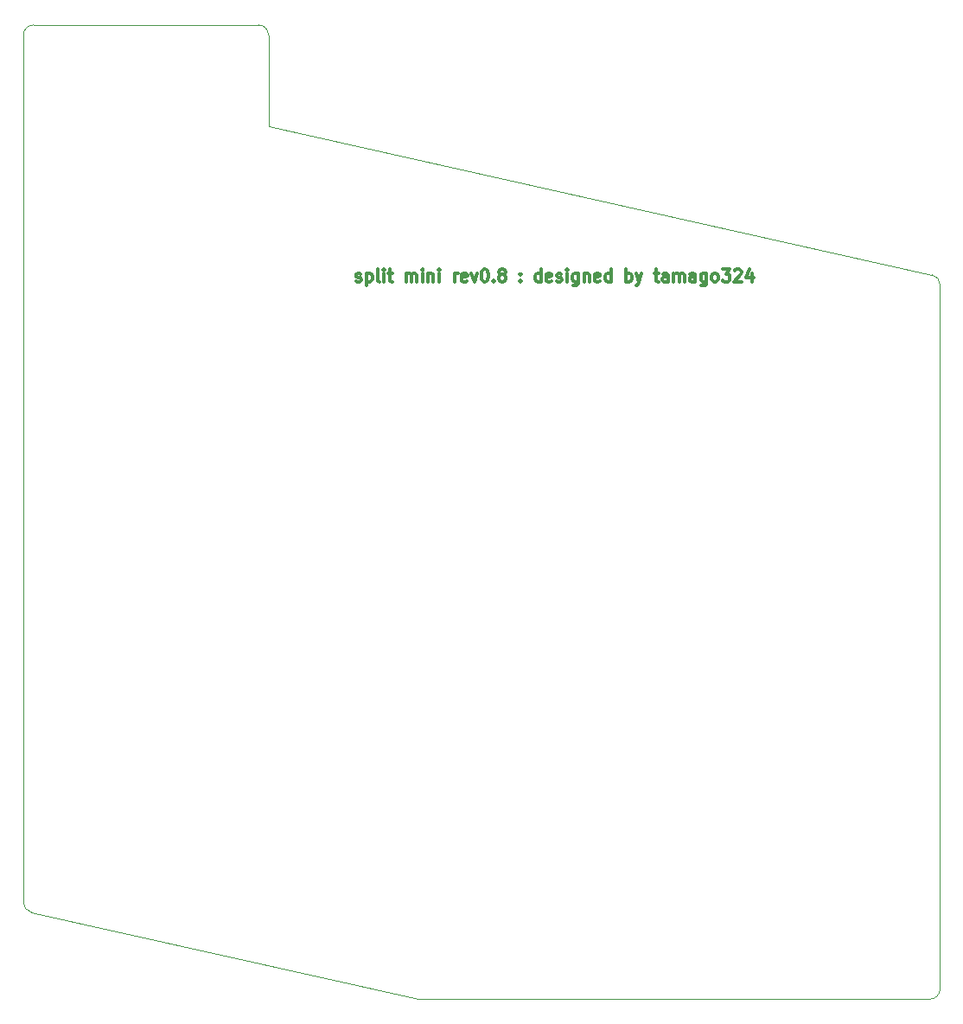
<source format=gto>
%TF.GenerationSoftware,KiCad,Pcbnew,(6.0.6)*%
%TF.CreationDate,2022-11-27T23:57:51+09:00*%
%TF.ProjectId,split-mini__bottom,73706c69-742d-46d6-996e-695f5f626f74,rev?*%
%TF.SameCoordinates,Original*%
%TF.FileFunction,Legend,Top*%
%TF.FilePolarity,Positive*%
%FSLAX46Y46*%
G04 Gerber Fmt 4.6, Leading zero omitted, Abs format (unit mm)*
G04 Created by KiCad (PCBNEW (6.0.6)) date 2022-11-27 23:57:51*
%MOMM*%
%LPD*%
G01*
G04 APERTURE LIST*
%TA.AperFunction,Profile*%
%ADD10C,0.100000*%
%TD*%
%ADD11C,0.300000*%
%ADD12C,0.350000*%
%ADD13C,2.200000*%
G04 APERTURE END LIST*
D10*
X113700000Y-47980000D02*
X48706692Y-33440758D01*
X114481692Y-117888869D02*
X114481692Y-48955880D01*
X25706692Y-23513892D02*
G75*
G03*
X24706692Y-24513869I8J-1000008D01*
G01*
X113481692Y-118888892D02*
G75*
G03*
X114481692Y-117888869I8J999992D01*
G01*
X114481737Y-48955880D02*
G75*
G03*
X113700000Y-47980000I-1000137J-120D01*
G01*
X63592178Y-118888869D02*
X113481692Y-118888869D01*
X25488384Y-110389626D02*
X63373870Y-118864748D01*
X63373868Y-118864755D02*
G75*
G03*
X63592178Y-118888869I218232J975455D01*
G01*
X24706692Y-24513869D02*
X24706692Y-109413746D01*
X24706653Y-109413746D02*
G75*
G03*
X25488384Y-110389626I1000047J46D01*
G01*
X47706692Y-23513869D02*
X25706692Y-23513869D01*
X48706731Y-24513869D02*
G75*
G03*
X47706692Y-23513869I-1000031J-31D01*
G01*
X48706692Y-24513869D02*
X48706692Y-33440758D01*
D11*
X57262857Y-48585714D02*
X57377142Y-48642857D01*
X57605714Y-48642857D01*
X57720000Y-48585714D01*
X57777142Y-48471428D01*
X57777142Y-48414285D01*
X57720000Y-48300000D01*
X57605714Y-48242857D01*
X57434285Y-48242857D01*
X57320000Y-48185714D01*
X57262857Y-48071428D01*
X57262857Y-48014285D01*
X57320000Y-47900000D01*
X57434285Y-47842857D01*
X57605714Y-47842857D01*
X57720000Y-47900000D01*
X58291428Y-47842857D02*
X58291428Y-49042857D01*
X58291428Y-47900000D02*
X58405714Y-47842857D01*
X58634285Y-47842857D01*
X58748571Y-47900000D01*
X58805714Y-47957142D01*
X58862857Y-48071428D01*
X58862857Y-48414285D01*
X58805714Y-48528571D01*
X58748571Y-48585714D01*
X58634285Y-48642857D01*
X58405714Y-48642857D01*
X58291428Y-48585714D01*
X59548571Y-48642857D02*
X59434285Y-48585714D01*
X59377142Y-48471428D01*
X59377142Y-47442857D01*
X60005714Y-48642857D02*
X60005714Y-47842857D01*
X60005714Y-47442857D02*
X59948571Y-47500000D01*
X60005714Y-47557142D01*
X60062857Y-47500000D01*
X60005714Y-47442857D01*
X60005714Y-47557142D01*
X60405714Y-47842857D02*
X60862857Y-47842857D01*
X60577142Y-47442857D02*
X60577142Y-48471428D01*
X60634285Y-48585714D01*
X60748571Y-48642857D01*
X60862857Y-48642857D01*
X62177142Y-48642857D02*
X62177142Y-47842857D01*
X62177142Y-47957142D02*
X62234285Y-47900000D01*
X62348571Y-47842857D01*
X62520000Y-47842857D01*
X62634285Y-47900000D01*
X62691428Y-48014285D01*
X62691428Y-48642857D01*
X62691428Y-48014285D02*
X62748571Y-47900000D01*
X62862857Y-47842857D01*
X63034285Y-47842857D01*
X63148571Y-47900000D01*
X63205714Y-48014285D01*
X63205714Y-48642857D01*
X63777142Y-48642857D02*
X63777142Y-47842857D01*
X63777142Y-47442857D02*
X63720000Y-47500000D01*
X63777142Y-47557142D01*
X63834285Y-47500000D01*
X63777142Y-47442857D01*
X63777142Y-47557142D01*
X64348571Y-47842857D02*
X64348571Y-48642857D01*
X64348571Y-47957142D02*
X64405714Y-47900000D01*
X64520000Y-47842857D01*
X64691428Y-47842857D01*
X64805714Y-47900000D01*
X64862857Y-48014285D01*
X64862857Y-48642857D01*
X65434285Y-48642857D02*
X65434285Y-47842857D01*
X65434285Y-47442857D02*
X65377142Y-47500000D01*
X65434285Y-47557142D01*
X65491428Y-47500000D01*
X65434285Y-47442857D01*
X65434285Y-47557142D01*
X66920000Y-48642857D02*
X66920000Y-47842857D01*
X66920000Y-48071428D02*
X66977142Y-47957142D01*
X67034285Y-47900000D01*
X67148571Y-47842857D01*
X67262857Y-47842857D01*
X68120000Y-48585714D02*
X68005714Y-48642857D01*
X67777142Y-48642857D01*
X67662857Y-48585714D01*
X67605714Y-48471428D01*
X67605714Y-48014285D01*
X67662857Y-47900000D01*
X67777142Y-47842857D01*
X68005714Y-47842857D01*
X68120000Y-47900000D01*
X68177142Y-48014285D01*
X68177142Y-48128571D01*
X67605714Y-48242857D01*
X68577142Y-47842857D02*
X68862857Y-48642857D01*
X69148571Y-47842857D01*
X69834285Y-47442857D02*
X69948571Y-47442857D01*
X70062857Y-47500000D01*
X70120000Y-47557142D01*
X70177142Y-47671428D01*
X70234285Y-47900000D01*
X70234285Y-48185714D01*
X70177142Y-48414285D01*
X70120000Y-48528571D01*
X70062857Y-48585714D01*
X69948571Y-48642857D01*
X69834285Y-48642857D01*
X69720000Y-48585714D01*
X69662857Y-48528571D01*
X69605714Y-48414285D01*
X69548571Y-48185714D01*
X69548571Y-47900000D01*
X69605714Y-47671428D01*
X69662857Y-47557142D01*
X69720000Y-47500000D01*
X69834285Y-47442857D01*
X70748571Y-48528571D02*
X70805714Y-48585714D01*
X70748571Y-48642857D01*
X70691428Y-48585714D01*
X70748571Y-48528571D01*
X70748571Y-48642857D01*
X71491428Y-47957142D02*
X71377142Y-47900000D01*
X71320000Y-47842857D01*
X71262857Y-47728571D01*
X71262857Y-47671428D01*
X71320000Y-47557142D01*
X71377142Y-47500000D01*
X71491428Y-47442857D01*
X71720000Y-47442857D01*
X71834285Y-47500000D01*
X71891428Y-47557142D01*
X71948571Y-47671428D01*
X71948571Y-47728571D01*
X71891428Y-47842857D01*
X71834285Y-47900000D01*
X71720000Y-47957142D01*
X71491428Y-47957142D01*
X71377142Y-48014285D01*
X71320000Y-48071428D01*
X71262857Y-48185714D01*
X71262857Y-48414285D01*
X71320000Y-48528571D01*
X71377142Y-48585714D01*
X71491428Y-48642857D01*
X71720000Y-48642857D01*
X71834285Y-48585714D01*
X71891428Y-48528571D01*
X71948571Y-48414285D01*
X71948571Y-48185714D01*
X71891428Y-48071428D01*
X71834285Y-48014285D01*
X71720000Y-47957142D01*
X73377142Y-48528571D02*
X73434285Y-48585714D01*
X73377142Y-48642857D01*
X73320000Y-48585714D01*
X73377142Y-48528571D01*
X73377142Y-48642857D01*
X73377142Y-47900000D02*
X73434285Y-47957142D01*
X73377142Y-48014285D01*
X73320000Y-47957142D01*
X73377142Y-47900000D01*
X73377142Y-48014285D01*
X75377142Y-48642857D02*
X75377142Y-47442857D01*
X75377142Y-48585714D02*
X75262857Y-48642857D01*
X75034285Y-48642857D01*
X74920000Y-48585714D01*
X74862857Y-48528571D01*
X74805714Y-48414285D01*
X74805714Y-48071428D01*
X74862857Y-47957142D01*
X74920000Y-47900000D01*
X75034285Y-47842857D01*
X75262857Y-47842857D01*
X75377142Y-47900000D01*
X76405714Y-48585714D02*
X76291428Y-48642857D01*
X76062857Y-48642857D01*
X75948571Y-48585714D01*
X75891428Y-48471428D01*
X75891428Y-48014285D01*
X75948571Y-47900000D01*
X76062857Y-47842857D01*
X76291428Y-47842857D01*
X76405714Y-47900000D01*
X76462857Y-48014285D01*
X76462857Y-48128571D01*
X75891428Y-48242857D01*
X76920000Y-48585714D02*
X77034285Y-48642857D01*
X77262857Y-48642857D01*
X77377142Y-48585714D01*
X77434285Y-48471428D01*
X77434285Y-48414285D01*
X77377142Y-48300000D01*
X77262857Y-48242857D01*
X77091428Y-48242857D01*
X76977142Y-48185714D01*
X76920000Y-48071428D01*
X76920000Y-48014285D01*
X76977142Y-47900000D01*
X77091428Y-47842857D01*
X77262857Y-47842857D01*
X77377142Y-47900000D01*
X77948571Y-48642857D02*
X77948571Y-47842857D01*
X77948571Y-47442857D02*
X77891428Y-47500000D01*
X77948571Y-47557142D01*
X78005714Y-47500000D01*
X77948571Y-47442857D01*
X77948571Y-47557142D01*
X79034285Y-47842857D02*
X79034285Y-48814285D01*
X78977142Y-48928571D01*
X78920000Y-48985714D01*
X78805714Y-49042857D01*
X78634285Y-49042857D01*
X78520000Y-48985714D01*
X79034285Y-48585714D02*
X78920000Y-48642857D01*
X78691428Y-48642857D01*
X78577142Y-48585714D01*
X78520000Y-48528571D01*
X78462857Y-48414285D01*
X78462857Y-48071428D01*
X78520000Y-47957142D01*
X78577142Y-47900000D01*
X78691428Y-47842857D01*
X78920000Y-47842857D01*
X79034285Y-47900000D01*
X79605714Y-47842857D02*
X79605714Y-48642857D01*
X79605714Y-47957142D02*
X79662857Y-47900000D01*
X79777142Y-47842857D01*
X79948571Y-47842857D01*
X80062857Y-47900000D01*
X80120000Y-48014285D01*
X80120000Y-48642857D01*
X81148571Y-48585714D02*
X81034285Y-48642857D01*
X80805714Y-48642857D01*
X80691428Y-48585714D01*
X80634285Y-48471428D01*
X80634285Y-48014285D01*
X80691428Y-47900000D01*
X80805714Y-47842857D01*
X81034285Y-47842857D01*
X81148571Y-47900000D01*
X81205714Y-48014285D01*
X81205714Y-48128571D01*
X80634285Y-48242857D01*
X82234285Y-48642857D02*
X82234285Y-47442857D01*
X82234285Y-48585714D02*
X82120000Y-48642857D01*
X81891428Y-48642857D01*
X81777142Y-48585714D01*
X81720000Y-48528571D01*
X81662857Y-48414285D01*
X81662857Y-48071428D01*
X81720000Y-47957142D01*
X81777142Y-47900000D01*
X81891428Y-47842857D01*
X82120000Y-47842857D01*
X82234285Y-47900000D01*
X83720000Y-48642857D02*
X83720000Y-47442857D01*
X83720000Y-47900000D02*
X83834285Y-47842857D01*
X84062857Y-47842857D01*
X84177142Y-47900000D01*
X84234285Y-47957142D01*
X84291428Y-48071428D01*
X84291428Y-48414285D01*
X84234285Y-48528571D01*
X84177142Y-48585714D01*
X84062857Y-48642857D01*
X83834285Y-48642857D01*
X83720000Y-48585714D01*
X84691428Y-47842857D02*
X84977142Y-48642857D01*
X85262857Y-47842857D02*
X84977142Y-48642857D01*
X84862857Y-48928571D01*
X84805714Y-48985714D01*
X84691428Y-49042857D01*
X86462857Y-47842857D02*
X86920000Y-47842857D01*
X86634285Y-47442857D02*
X86634285Y-48471428D01*
X86691428Y-48585714D01*
X86805714Y-48642857D01*
X86920000Y-48642857D01*
X87834285Y-48642857D02*
X87834285Y-48014285D01*
X87777142Y-47900000D01*
X87662857Y-47842857D01*
X87434285Y-47842857D01*
X87320000Y-47900000D01*
X87834285Y-48585714D02*
X87720000Y-48642857D01*
X87434285Y-48642857D01*
X87320000Y-48585714D01*
X87262857Y-48471428D01*
X87262857Y-48357142D01*
X87320000Y-48242857D01*
X87434285Y-48185714D01*
X87720000Y-48185714D01*
X87834285Y-48128571D01*
X88405714Y-48642857D02*
X88405714Y-47842857D01*
X88405714Y-47957142D02*
X88462857Y-47900000D01*
X88577142Y-47842857D01*
X88748571Y-47842857D01*
X88862857Y-47900000D01*
X88920000Y-48014285D01*
X88920000Y-48642857D01*
X88920000Y-48014285D02*
X88977142Y-47900000D01*
X89091428Y-47842857D01*
X89262857Y-47842857D01*
X89377142Y-47900000D01*
X89434285Y-48014285D01*
X89434285Y-48642857D01*
X90520000Y-48642857D02*
X90520000Y-48014285D01*
X90462857Y-47900000D01*
X90348571Y-47842857D01*
X90120000Y-47842857D01*
X90005714Y-47900000D01*
X90520000Y-48585714D02*
X90405714Y-48642857D01*
X90120000Y-48642857D01*
X90005714Y-48585714D01*
X89948571Y-48471428D01*
X89948571Y-48357142D01*
X90005714Y-48242857D01*
X90120000Y-48185714D01*
X90405714Y-48185714D01*
X90520000Y-48128571D01*
X91605714Y-47842857D02*
X91605714Y-48814285D01*
X91548571Y-48928571D01*
X91491428Y-48985714D01*
X91377142Y-49042857D01*
X91205714Y-49042857D01*
X91091428Y-48985714D01*
X91605714Y-48585714D02*
X91491428Y-48642857D01*
X91262857Y-48642857D01*
X91148571Y-48585714D01*
X91091428Y-48528571D01*
X91034285Y-48414285D01*
X91034285Y-48071428D01*
X91091428Y-47957142D01*
X91148571Y-47900000D01*
X91262857Y-47842857D01*
X91491428Y-47842857D01*
X91605714Y-47900000D01*
X92348571Y-48642857D02*
X92234285Y-48585714D01*
X92177142Y-48528571D01*
X92120000Y-48414285D01*
X92120000Y-48071428D01*
X92177142Y-47957142D01*
X92234285Y-47900000D01*
X92348571Y-47842857D01*
X92520000Y-47842857D01*
X92634285Y-47900000D01*
X92691428Y-47957142D01*
X92748571Y-48071428D01*
X92748571Y-48414285D01*
X92691428Y-48528571D01*
X92634285Y-48585714D01*
X92520000Y-48642857D01*
X92348571Y-48642857D01*
X93148571Y-47442857D02*
X93891428Y-47442857D01*
X93491428Y-47900000D01*
X93662857Y-47900000D01*
X93777142Y-47957142D01*
X93834285Y-48014285D01*
X93891428Y-48128571D01*
X93891428Y-48414285D01*
X93834285Y-48528571D01*
X93777142Y-48585714D01*
X93662857Y-48642857D01*
X93320000Y-48642857D01*
X93205714Y-48585714D01*
X93148571Y-48528571D01*
X94348571Y-47557142D02*
X94405714Y-47500000D01*
X94520000Y-47442857D01*
X94805714Y-47442857D01*
X94920000Y-47500000D01*
X94977142Y-47557142D01*
X95034285Y-47671428D01*
X95034285Y-47785714D01*
X94977142Y-47957142D01*
X94291428Y-48642857D01*
X95034285Y-48642857D01*
X96062857Y-47842857D02*
X96062857Y-48642857D01*
X95777142Y-47385714D02*
X95491428Y-48242857D01*
X96234285Y-48242857D01*
D12*
X99710000Y-49060000D03*
X60480000Y-112870000D03*
X33690000Y-108030000D03*
X110200000Y-93560000D03*
X33730000Y-54530000D03*
%LPC*%
D13*
%TO.C,HOLE3*%
X99710000Y-49060000D03*
%TD*%
%TO.C,HOLE5*%
X60480000Y-112870000D03*
%TD*%
%TO.C,HOLE4*%
X33690000Y-108030000D03*
%TD*%
%TO.C,HOLE2*%
X110200000Y-93560000D03*
%TD*%
%TO.C,HOLE1*%
X33730000Y-54530000D03*
%TD*%
M02*

</source>
